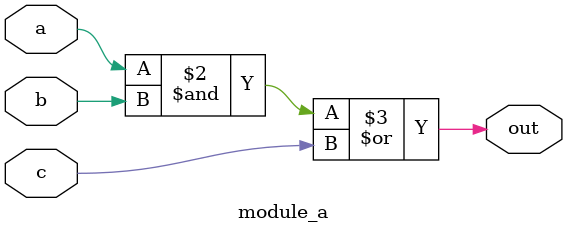
<source format=v>
module module_a (input a, b, c, output reg out);
  always @(*) begin
    out = a & b | c;
  end
endmodule
</source>
